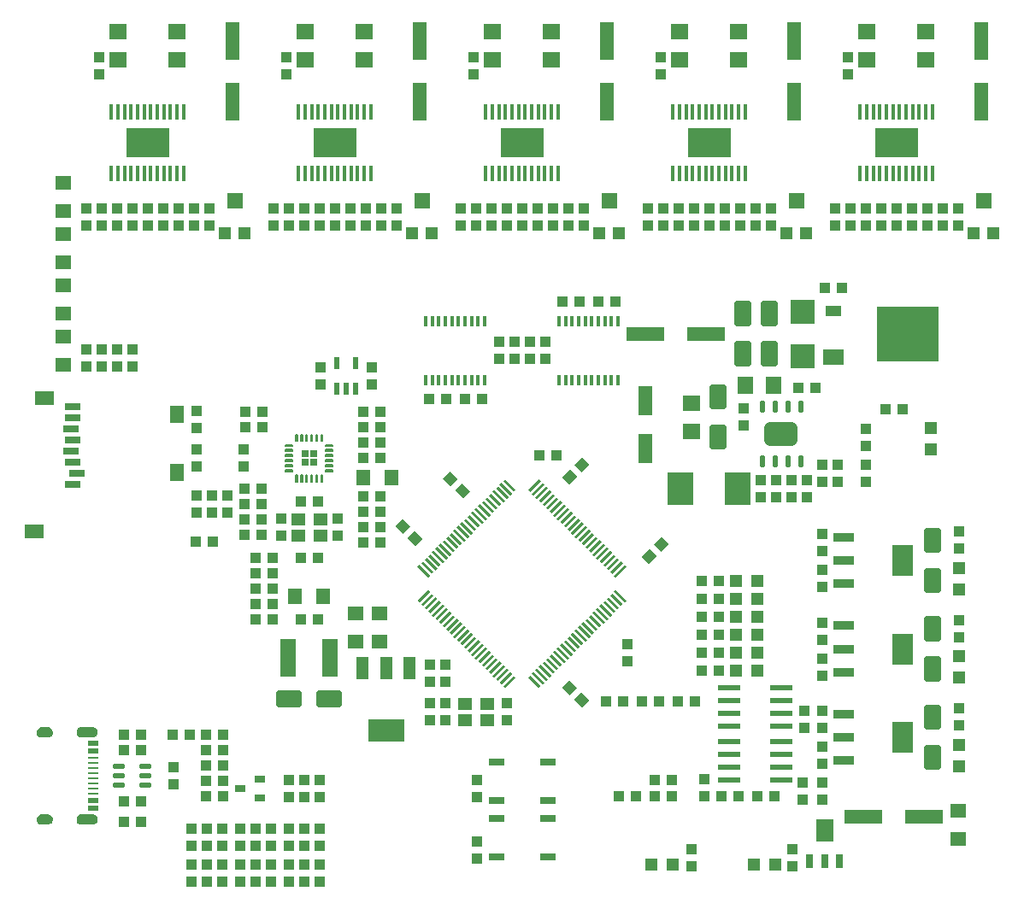
<source format=gbr>
G04 EAGLE Gerber RS-274X export*
G75*
%MOMM*%
%FSLAX34Y34*%
%LPD*%
%INGPT*%
%IPPOS*%
%AMOC8*
5,1,8,0,0,1.08239X$1,22.5*%
G01*
%ADD10R,2.095500X1.524000*%
%ADD11R,0.270000X1.500000*%
%ADD12R,1.500000X0.270000*%
%ADD13R,1.400000X1.200000*%
%ADD14R,1.000000X1.100000*%
%ADD15R,1.100000X1.000000*%
%ADD16R,1.600000X1.400000*%
%ADD17R,1.524000X0.762000*%
%ADD18R,1.200000X1.200000*%
%ADD19R,0.426000X1.650000*%
%ADD20R,4.320000X3.000000*%
%ADD21R,1.800000X1.600000*%
%ADD22R,0.304800X0.990600*%
%ADD23C,0.140000*%
%ADD24R,0.650000X0.650000*%
%ADD25R,1.400000X1.600000*%
%ADD26R,0.550000X1.200000*%
%ADD27R,1.219200X2.235200*%
%ADD28R,3.600000X2.200000*%
%ADD29R,3.800000X1.400000*%
%ADD30R,2.150000X0.950000*%
%ADD31R,2.150000X3.150000*%
%ADD32C,0.510000*%
%ADD33R,1.400000X3.800000*%
%ADD34R,1.400000X1.800000*%
%ADD35R,1.900000X1.400000*%
%ADD36R,1.500000X0.800000*%
%ADD37R,2.200000X0.600000*%
%ADD38R,0.800000X1.400000*%
%ADD39R,1.800000X2.200000*%
%ADD40R,6.200000X5.400000*%
%ADD41R,1.600000X1.000000*%
%ADD42R,2.400000X2.400000*%
%ADD43R,1.400000X3.000000*%
%ADD44C,0.363000*%
%ADD45R,1.016000X0.635000*%
%ADD46R,1.600000X1.500000*%
%ADD47R,1.500000X3.700000*%
%ADD48R,1.600000X1.800000*%
%ADD49C,0.250000*%
%ADD50C,1.200000*%
%ADD51R,2.500000X3.200000*%
%ADD52R,1.000000X0.280000*%
%ADD53R,1.000000X0.560000*%

G36*
X-424835Y-363206D02*
X-424835Y-363206D01*
X-424832Y-363209D01*
X-423737Y-363029D01*
X-423731Y-363023D01*
X-423726Y-363026D01*
X-422698Y-362607D01*
X-422694Y-362600D01*
X-422689Y-362602D01*
X-421780Y-361965D01*
X-421778Y-361957D01*
X-421772Y-361957D01*
X-421028Y-361134D01*
X-421027Y-361126D01*
X-421021Y-361125D01*
X-420479Y-360157D01*
X-420480Y-360148D01*
X-420474Y-360146D01*
X-420161Y-359082D01*
X-420164Y-359074D01*
X-420159Y-359071D01*
X-420091Y-357963D01*
X-420095Y-357957D01*
X-420091Y-357953D01*
X-420261Y-356845D01*
X-420267Y-356839D01*
X-420264Y-356834D01*
X-420676Y-355792D01*
X-420683Y-355788D01*
X-420681Y-355783D01*
X-421315Y-354858D01*
X-421323Y-354856D01*
X-421322Y-354850D01*
X-422146Y-354090D01*
X-422154Y-354089D01*
X-422154Y-354083D01*
X-423126Y-353526D01*
X-423134Y-353527D01*
X-423136Y-353521D01*
X-424208Y-353194D01*
X-424216Y-353197D01*
X-424219Y-353192D01*
X-425336Y-353111D01*
X-425339Y-353112D01*
X-425340Y-353111D01*
X-437340Y-353111D01*
X-437343Y-353113D01*
X-437350Y-353113D01*
X-437351Y-353112D01*
X-438295Y-353331D01*
X-438301Y-353337D01*
X-438306Y-353335D01*
X-439178Y-353759D01*
X-439181Y-353766D01*
X-439187Y-353764D01*
X-439943Y-354371D01*
X-439945Y-354379D01*
X-439951Y-354379D01*
X-440552Y-355139D01*
X-440552Y-355148D01*
X-440558Y-355149D01*
X-440976Y-356024D01*
X-440974Y-356032D01*
X-440979Y-356034D01*
X-441192Y-356980D01*
X-441188Y-356987D01*
X-441193Y-356991D01*
X-441189Y-357960D01*
X-441189Y-357961D01*
X-441170Y-359029D01*
X-441165Y-359036D01*
X-441169Y-359040D01*
X-440913Y-360077D01*
X-440906Y-360082D01*
X-440909Y-360088D01*
X-440428Y-361042D01*
X-440421Y-361046D01*
X-440422Y-361051D01*
X-439741Y-361875D01*
X-439733Y-361876D01*
X-439733Y-361882D01*
X-438886Y-362533D01*
X-438878Y-362533D01*
X-438877Y-362539D01*
X-437906Y-362986D01*
X-437898Y-362984D01*
X-437896Y-362989D01*
X-436850Y-363208D01*
X-436843Y-363205D01*
X-436840Y-363209D01*
X-424840Y-363209D01*
X-424835Y-363206D01*
G37*
G36*
X-424835Y-276805D02*
X-424835Y-276805D01*
X-424832Y-276809D01*
X-423726Y-276616D01*
X-423721Y-276611D01*
X-423721Y-276610D01*
X-423716Y-276613D01*
X-422681Y-276180D01*
X-422677Y-276173D01*
X-422672Y-276175D01*
X-421759Y-275522D01*
X-421757Y-275514D01*
X-421751Y-275515D01*
X-421007Y-274676D01*
X-421006Y-274667D01*
X-421001Y-274667D01*
X-420462Y-273683D01*
X-420463Y-273675D01*
X-420462Y-273674D01*
X-420458Y-273673D01*
X-420457Y-273671D01*
X-420275Y-273030D01*
X-420151Y-272594D01*
X-420153Y-272589D01*
X-420151Y-272587D01*
X-420153Y-272585D01*
X-420149Y-272583D01*
X-420091Y-271463D01*
X-420094Y-271458D01*
X-420091Y-271455D01*
X-420209Y-270409D01*
X-420215Y-270403D01*
X-420211Y-270398D01*
X-420559Y-269404D01*
X-420566Y-269400D01*
X-420564Y-269395D01*
X-421124Y-268503D01*
X-421131Y-268501D01*
X-421131Y-268495D01*
X-421875Y-267751D01*
X-421883Y-267749D01*
X-421883Y-267744D01*
X-422775Y-267184D01*
X-422783Y-267184D01*
X-422784Y-267179D01*
X-423778Y-266831D01*
X-423786Y-266834D01*
X-423789Y-266829D01*
X-424835Y-266711D01*
X-424838Y-266713D01*
X-424840Y-266711D01*
X-436840Y-266711D01*
X-436843Y-266713D01*
X-436846Y-266713D01*
X-436848Y-266711D01*
X-437844Y-266869D01*
X-437850Y-266875D01*
X-437855Y-266872D01*
X-438791Y-267247D01*
X-438795Y-267254D01*
X-438801Y-267252D01*
X-439630Y-267826D01*
X-439633Y-267834D01*
X-439638Y-267833D01*
X-440319Y-268577D01*
X-440320Y-268586D01*
X-440326Y-268586D01*
X-440824Y-269463D01*
X-440823Y-269472D01*
X-440828Y-269474D01*
X-441016Y-270098D01*
X-441119Y-270439D01*
X-441118Y-270442D01*
X-441119Y-270443D01*
X-441116Y-270447D01*
X-441121Y-270450D01*
X-441189Y-271457D01*
X-441188Y-271459D01*
X-441189Y-271460D01*
X-441180Y-272541D01*
X-441175Y-272548D01*
X-441179Y-272552D01*
X-440930Y-273604D01*
X-440923Y-273609D01*
X-440926Y-273614D01*
X-440449Y-274584D01*
X-440441Y-274587D01*
X-440443Y-274593D01*
X-439762Y-275432D01*
X-439754Y-275434D01*
X-439754Y-275440D01*
X-438904Y-276106D01*
X-438895Y-276107D01*
X-438894Y-276112D01*
X-437917Y-276573D01*
X-437909Y-276571D01*
X-437906Y-276577D01*
X-436851Y-276808D01*
X-436843Y-276805D01*
X-436840Y-276809D01*
X-424840Y-276809D01*
X-424835Y-276805D01*
G37*
G36*
X-469636Y-363206D02*
X-469636Y-363206D01*
X-469634Y-363209D01*
X-468501Y-363059D01*
X-468495Y-363053D01*
X-468490Y-363056D01*
X-467420Y-362658D01*
X-467416Y-362651D01*
X-467410Y-362653D01*
X-466455Y-362026D01*
X-466452Y-362018D01*
X-466447Y-362019D01*
X-465655Y-361196D01*
X-465654Y-361188D01*
X-465648Y-361187D01*
X-465059Y-360208D01*
X-465060Y-360200D01*
X-465055Y-360198D01*
X-464699Y-359113D01*
X-464702Y-359105D01*
X-464697Y-359102D01*
X-464591Y-357965D01*
X-464596Y-357956D01*
X-464592Y-357951D01*
X-464799Y-356814D01*
X-464805Y-356808D01*
X-464802Y-356803D01*
X-465257Y-355741D01*
X-465264Y-355737D01*
X-465262Y-355731D01*
X-465942Y-354796D01*
X-465950Y-354794D01*
X-465949Y-354788D01*
X-466820Y-354028D01*
X-466828Y-354028D01*
X-466829Y-354022D01*
X-467848Y-353475D01*
X-467856Y-353476D01*
X-467858Y-353471D01*
X-468972Y-353164D01*
X-468980Y-353167D01*
X-468983Y-353162D01*
X-470138Y-353111D01*
X-470139Y-353112D01*
X-470140Y-353111D01*
X-476140Y-353111D01*
X-476143Y-353113D01*
X-476148Y-353113D01*
X-476149Y-353112D01*
X-477230Y-353324D01*
X-477235Y-353330D01*
X-477240Y-353327D01*
X-478246Y-353774D01*
X-478250Y-353781D01*
X-478256Y-353779D01*
X-479137Y-354439D01*
X-479140Y-354447D01*
X-479145Y-354447D01*
X-479858Y-355286D01*
X-479858Y-355294D01*
X-479864Y-355295D01*
X-480372Y-356272D01*
X-480371Y-356280D01*
X-480376Y-356282D01*
X-480654Y-357347D01*
X-480651Y-357355D01*
X-480655Y-357358D01*
X-480689Y-358459D01*
X-480686Y-358464D01*
X-480689Y-358467D01*
X-480534Y-359543D01*
X-480528Y-359548D01*
X-480531Y-359553D01*
X-480141Y-360567D01*
X-480134Y-360571D01*
X-480136Y-360577D01*
X-479529Y-361479D01*
X-479521Y-361481D01*
X-479522Y-361487D01*
X-478730Y-362231D01*
X-478722Y-362232D01*
X-478722Y-362238D01*
X-477784Y-362787D01*
X-477776Y-362786D01*
X-477774Y-362792D01*
X-476738Y-363119D01*
X-476730Y-363116D01*
X-476727Y-363121D01*
X-475644Y-363209D01*
X-475641Y-363207D01*
X-475640Y-363209D01*
X-469640Y-363209D01*
X-469636Y-363206D01*
G37*
G36*
X-469637Y-276807D02*
X-469637Y-276807D01*
X-469636Y-276809D01*
X-468543Y-276708D01*
X-468537Y-276703D01*
X-468532Y-276706D01*
X-467489Y-276365D01*
X-467484Y-276358D01*
X-467479Y-276360D01*
X-466538Y-275796D01*
X-466535Y-275788D01*
X-466529Y-275789D01*
X-465737Y-275029D01*
X-465736Y-275021D01*
X-465730Y-275020D01*
X-465128Y-274103D01*
X-465128Y-274095D01*
X-465123Y-274093D01*
X-464739Y-273065D01*
X-464741Y-273057D01*
X-464736Y-273054D01*
X-464591Y-271967D01*
X-464595Y-271959D01*
X-464591Y-271955D01*
X-464697Y-270818D01*
X-464702Y-270812D01*
X-464699Y-270807D01*
X-465055Y-269722D01*
X-465062Y-269717D01*
X-465059Y-269712D01*
X-465648Y-268733D01*
X-465656Y-268730D01*
X-465655Y-268724D01*
X-466447Y-267901D01*
X-466455Y-267900D01*
X-466455Y-267894D01*
X-467410Y-267267D01*
X-467418Y-267268D01*
X-467420Y-267262D01*
X-468490Y-266864D01*
X-468498Y-266866D01*
X-468501Y-266861D01*
X-469634Y-266711D01*
X-469637Y-266713D01*
X-469638Y-266713D01*
X-469640Y-266711D01*
X-475640Y-266711D01*
X-475643Y-266713D01*
X-475645Y-266713D01*
X-475646Y-266711D01*
X-476779Y-266861D01*
X-476785Y-266867D01*
X-476790Y-266864D01*
X-477860Y-267262D01*
X-477864Y-267269D01*
X-477870Y-267267D01*
X-478825Y-267894D01*
X-478828Y-267902D01*
X-478833Y-267901D01*
X-479625Y-268724D01*
X-479626Y-268732D01*
X-479632Y-268733D01*
X-480221Y-269712D01*
X-480220Y-269720D01*
X-480225Y-269722D01*
X-480581Y-270807D01*
X-480579Y-270815D01*
X-480583Y-270818D01*
X-480689Y-271955D01*
X-480685Y-271962D01*
X-480689Y-271967D01*
X-480544Y-273054D01*
X-480538Y-273060D01*
X-480541Y-273065D01*
X-480158Y-274093D01*
X-480151Y-274098D01*
X-480153Y-274103D01*
X-479550Y-275020D01*
X-479542Y-275023D01*
X-479543Y-275029D01*
X-478751Y-275789D01*
X-478743Y-275790D01*
X-478742Y-275796D01*
X-477801Y-276360D01*
X-477793Y-276359D01*
X-477791Y-276365D01*
X-476748Y-276706D01*
X-476740Y-276704D01*
X-476737Y-276708D01*
X-475645Y-276809D01*
X-475642Y-276807D01*
X-475640Y-276809D01*
X-469640Y-276809D01*
X-469637Y-276807D01*
G37*
D10*
X308928Y100330D03*
D11*
G36*
X8026Y-33490D02*
X6117Y-31581D01*
X16722Y-20976D01*
X18631Y-22885D01*
X8026Y-33490D01*
G37*
G36*
X11562Y-37025D02*
X9653Y-35116D01*
X20258Y-24511D01*
X22167Y-26420D01*
X11562Y-37025D01*
G37*
G36*
X15097Y-40561D02*
X13188Y-38652D01*
X23793Y-28047D01*
X25702Y-29956D01*
X15097Y-40561D01*
G37*
G36*
X18633Y-44096D02*
X16724Y-42187D01*
X27329Y-31582D01*
X29238Y-33491D01*
X18633Y-44096D01*
G37*
G36*
X22169Y-47632D02*
X20260Y-45723D01*
X30865Y-35118D01*
X32774Y-37027D01*
X22169Y-47632D01*
G37*
G36*
X25704Y-51167D02*
X23795Y-49258D01*
X34400Y-38653D01*
X36309Y-40562D01*
X25704Y-51167D01*
G37*
G36*
X29240Y-54703D02*
X27331Y-52794D01*
X37936Y-42189D01*
X39845Y-44098D01*
X29240Y-54703D01*
G37*
G36*
X32775Y-58239D02*
X30866Y-56330D01*
X41471Y-45725D01*
X43380Y-47634D01*
X32775Y-58239D01*
G37*
G36*
X36311Y-61774D02*
X34402Y-59865D01*
X45007Y-49260D01*
X46916Y-51169D01*
X36311Y-61774D01*
G37*
G36*
X39846Y-65310D02*
X37937Y-63401D01*
X48542Y-52796D01*
X50451Y-54705D01*
X39846Y-65310D01*
G37*
G36*
X43382Y-68845D02*
X41473Y-66936D01*
X52078Y-56331D01*
X53987Y-58240D01*
X43382Y-68845D01*
G37*
G36*
X46917Y-72381D02*
X45008Y-70472D01*
X55613Y-59867D01*
X57522Y-61776D01*
X46917Y-72381D01*
G37*
G36*
X50453Y-75916D02*
X48544Y-74007D01*
X59149Y-63402D01*
X61058Y-65311D01*
X50453Y-75916D01*
G37*
G36*
X53988Y-79452D02*
X52079Y-77543D01*
X62684Y-66938D01*
X64593Y-68847D01*
X53988Y-79452D01*
G37*
G36*
X57524Y-82987D02*
X55615Y-81078D01*
X66220Y-70473D01*
X68129Y-72382D01*
X57524Y-82987D01*
G37*
G36*
X61059Y-86523D02*
X59150Y-84614D01*
X69755Y-74009D01*
X71664Y-75918D01*
X61059Y-86523D01*
G37*
G36*
X64595Y-90058D02*
X62686Y-88149D01*
X73291Y-77544D01*
X75200Y-79453D01*
X64595Y-90058D01*
G37*
G36*
X68130Y-93594D02*
X66221Y-91685D01*
X76826Y-81080D01*
X78735Y-82989D01*
X68130Y-93594D01*
G37*
G36*
X71666Y-97129D02*
X69757Y-95220D01*
X80362Y-84615D01*
X82271Y-86524D01*
X71666Y-97129D01*
G37*
G36*
X75202Y-100665D02*
X73293Y-98756D01*
X83898Y-88151D01*
X85807Y-90060D01*
X75202Y-100665D01*
G37*
G36*
X78737Y-104200D02*
X76828Y-102291D01*
X87433Y-91686D01*
X89342Y-93595D01*
X78737Y-104200D01*
G37*
G36*
X82273Y-107736D02*
X80364Y-105827D01*
X90969Y-95222D01*
X92878Y-97131D01*
X82273Y-107736D01*
G37*
G36*
X85808Y-111272D02*
X83899Y-109363D01*
X94504Y-98758D01*
X96413Y-100667D01*
X85808Y-111272D01*
G37*
G36*
X89344Y-114807D02*
X87435Y-112898D01*
X98040Y-102293D01*
X99949Y-104202D01*
X89344Y-114807D01*
G37*
G36*
X92879Y-118343D02*
X90970Y-116434D01*
X101575Y-105829D01*
X103484Y-107738D01*
X92879Y-118343D01*
G37*
G36*
X-101575Y-143091D02*
X-103484Y-141182D01*
X-92879Y-130577D01*
X-90970Y-132486D01*
X-101575Y-143091D01*
G37*
G36*
X-98040Y-146627D02*
X-99949Y-144718D01*
X-89344Y-134113D01*
X-87435Y-136022D01*
X-98040Y-146627D01*
G37*
G36*
X-94504Y-150162D02*
X-96413Y-148253D01*
X-85808Y-137648D01*
X-83899Y-139557D01*
X-94504Y-150162D01*
G37*
G36*
X-90969Y-153698D02*
X-92878Y-151789D01*
X-82273Y-141184D01*
X-80364Y-143093D01*
X-90969Y-153698D01*
G37*
G36*
X-87433Y-157234D02*
X-89342Y-155325D01*
X-78737Y-144720D01*
X-76828Y-146629D01*
X-87433Y-157234D01*
G37*
G36*
X-83898Y-160769D02*
X-85807Y-158860D01*
X-75202Y-148255D01*
X-73293Y-150164D01*
X-83898Y-160769D01*
G37*
G36*
X-80362Y-164305D02*
X-82271Y-162396D01*
X-71666Y-151791D01*
X-69757Y-153700D01*
X-80362Y-164305D01*
G37*
G36*
X-76826Y-167840D02*
X-78735Y-165931D01*
X-68130Y-155326D01*
X-66221Y-157235D01*
X-76826Y-167840D01*
G37*
G36*
X-73291Y-171376D02*
X-75200Y-169467D01*
X-64595Y-158862D01*
X-62686Y-160771D01*
X-73291Y-171376D01*
G37*
G36*
X-69755Y-174911D02*
X-71664Y-173002D01*
X-61059Y-162397D01*
X-59150Y-164306D01*
X-69755Y-174911D01*
G37*
G36*
X-66220Y-178447D02*
X-68129Y-176538D01*
X-57524Y-165933D01*
X-55615Y-167842D01*
X-66220Y-178447D01*
G37*
G36*
X-62684Y-181982D02*
X-64593Y-180073D01*
X-53988Y-169468D01*
X-52079Y-171377D01*
X-62684Y-181982D01*
G37*
G36*
X-59149Y-185518D02*
X-61058Y-183609D01*
X-50453Y-173004D01*
X-48544Y-174913D01*
X-59149Y-185518D01*
G37*
G36*
X-55613Y-189053D02*
X-57522Y-187144D01*
X-46917Y-176539D01*
X-45008Y-178448D01*
X-55613Y-189053D01*
G37*
G36*
X-52078Y-192589D02*
X-53987Y-190680D01*
X-43382Y-180075D01*
X-41473Y-181984D01*
X-52078Y-192589D01*
G37*
G36*
X-48542Y-196124D02*
X-50451Y-194215D01*
X-39846Y-183610D01*
X-37937Y-185519D01*
X-48542Y-196124D01*
G37*
G36*
X-45007Y-199660D02*
X-46916Y-197751D01*
X-36311Y-187146D01*
X-34402Y-189055D01*
X-45007Y-199660D01*
G37*
G36*
X-41471Y-203195D02*
X-43380Y-201286D01*
X-32775Y-190681D01*
X-30866Y-192590D01*
X-41471Y-203195D01*
G37*
G36*
X-37936Y-206731D02*
X-39845Y-204822D01*
X-29240Y-194217D01*
X-27331Y-196126D01*
X-37936Y-206731D01*
G37*
G36*
X-34400Y-210267D02*
X-36309Y-208358D01*
X-25704Y-197753D01*
X-23795Y-199662D01*
X-34400Y-210267D01*
G37*
G36*
X-30865Y-213802D02*
X-32774Y-211893D01*
X-22169Y-201288D01*
X-20260Y-203197D01*
X-30865Y-213802D01*
G37*
G36*
X-27329Y-217338D02*
X-29238Y-215429D01*
X-18633Y-204824D01*
X-16724Y-206733D01*
X-27329Y-217338D01*
G37*
G36*
X-23793Y-220873D02*
X-25702Y-218964D01*
X-15097Y-208359D01*
X-13188Y-210268D01*
X-23793Y-220873D01*
G37*
G36*
X-20258Y-224409D02*
X-22167Y-222500D01*
X-11562Y-211895D01*
X-9653Y-213804D01*
X-20258Y-224409D01*
G37*
G36*
X-16722Y-227944D02*
X-18631Y-226035D01*
X-8026Y-215430D01*
X-6117Y-217339D01*
X-16722Y-227944D01*
G37*
D12*
G36*
X16722Y-227944D02*
X6117Y-217339D01*
X8026Y-215430D01*
X18631Y-226035D01*
X16722Y-227944D01*
G37*
G36*
X20258Y-224409D02*
X9653Y-213804D01*
X11562Y-211895D01*
X22167Y-222500D01*
X20258Y-224409D01*
G37*
G36*
X23793Y-220873D02*
X13188Y-210268D01*
X15097Y-208359D01*
X25702Y-218964D01*
X23793Y-220873D01*
G37*
G36*
X27329Y-217338D02*
X16724Y-206733D01*
X18633Y-204824D01*
X29238Y-215429D01*
X27329Y-217338D01*
G37*
G36*
X30865Y-213802D02*
X20260Y-203197D01*
X22169Y-201288D01*
X32774Y-211893D01*
X30865Y-213802D01*
G37*
G36*
X34400Y-210267D02*
X23795Y-199662D01*
X25704Y-197753D01*
X36309Y-208358D01*
X34400Y-210267D01*
G37*
G36*
X37936Y-206731D02*
X27331Y-196126D01*
X29240Y-194217D01*
X39845Y-204822D01*
X37936Y-206731D01*
G37*
G36*
X41471Y-203195D02*
X30866Y-192590D01*
X32775Y-190681D01*
X43380Y-201286D01*
X41471Y-203195D01*
G37*
G36*
X45007Y-199660D02*
X34402Y-189055D01*
X36311Y-187146D01*
X46916Y-197751D01*
X45007Y-199660D01*
G37*
G36*
X48542Y-196124D02*
X37937Y-185519D01*
X39846Y-183610D01*
X50451Y-194215D01*
X48542Y-196124D01*
G37*
G36*
X52078Y-192589D02*
X41473Y-181984D01*
X43382Y-180075D01*
X53987Y-190680D01*
X52078Y-192589D01*
G37*
G36*
X55613Y-189053D02*
X45008Y-178448D01*
X46917Y-176539D01*
X57522Y-187144D01*
X55613Y-189053D01*
G37*
G36*
X59149Y-185518D02*
X48544Y-174913D01*
X50453Y-173004D01*
X61058Y-183609D01*
X59149Y-185518D01*
G37*
G36*
X62684Y-181982D02*
X52079Y-171377D01*
X53988Y-169468D01*
X64593Y-180073D01*
X62684Y-181982D01*
G37*
G36*
X66220Y-178447D02*
X55615Y-167842D01*
X57524Y-165933D01*
X68129Y-176538D01*
X66220Y-178447D01*
G37*
G36*
X69755Y-174911D02*
X59150Y-164306D01*
X61059Y-162397D01*
X71664Y-173002D01*
X69755Y-174911D01*
G37*
G36*
X73291Y-171376D02*
X62686Y-160771D01*
X64595Y-158862D01*
X75200Y-169467D01*
X73291Y-171376D01*
G37*
G36*
X76826Y-167840D02*
X66221Y-157235D01*
X68130Y-155326D01*
X78735Y-165931D01*
X76826Y-167840D01*
G37*
G36*
X80362Y-164305D02*
X69757Y-153700D01*
X71666Y-151791D01*
X82271Y-162396D01*
X80362Y-164305D01*
G37*
G36*
X83898Y-160769D02*
X73293Y-150164D01*
X75202Y-148255D01*
X85807Y-158860D01*
X83898Y-160769D01*
G37*
G36*
X87433Y-157234D02*
X76828Y-146629D01*
X78737Y-144720D01*
X89342Y-155325D01*
X87433Y-157234D01*
G37*
G36*
X90969Y-153698D02*
X80364Y-143093D01*
X82273Y-141184D01*
X92878Y-151789D01*
X90969Y-153698D01*
G37*
G36*
X94504Y-150162D02*
X83899Y-139557D01*
X85808Y-137648D01*
X96413Y-148253D01*
X94504Y-150162D01*
G37*
G36*
X98040Y-146627D02*
X87435Y-136022D01*
X89344Y-134113D01*
X99949Y-144718D01*
X98040Y-146627D01*
G37*
G36*
X101575Y-143091D02*
X90970Y-132486D01*
X92879Y-130577D01*
X103484Y-141182D01*
X101575Y-143091D01*
G37*
G36*
X-8026Y-33490D02*
X-18631Y-22885D01*
X-16722Y-20976D01*
X-6117Y-31581D01*
X-8026Y-33490D01*
G37*
G36*
X-11562Y-37025D02*
X-22167Y-26420D01*
X-20258Y-24511D01*
X-9653Y-35116D01*
X-11562Y-37025D01*
G37*
G36*
X-15097Y-40561D02*
X-25702Y-29956D01*
X-23793Y-28047D01*
X-13188Y-38652D01*
X-15097Y-40561D01*
G37*
G36*
X-18633Y-44096D02*
X-29238Y-33491D01*
X-27329Y-31582D01*
X-16724Y-42187D01*
X-18633Y-44096D01*
G37*
G36*
X-22169Y-47632D02*
X-32774Y-37027D01*
X-30865Y-35118D01*
X-20260Y-45723D01*
X-22169Y-47632D01*
G37*
G36*
X-25704Y-51167D02*
X-36309Y-40562D01*
X-34400Y-38653D01*
X-23795Y-49258D01*
X-25704Y-51167D01*
G37*
G36*
X-29240Y-54703D02*
X-39845Y-44098D01*
X-37936Y-42189D01*
X-27331Y-52794D01*
X-29240Y-54703D01*
G37*
G36*
X-32775Y-58239D02*
X-43380Y-47634D01*
X-41471Y-45725D01*
X-30866Y-56330D01*
X-32775Y-58239D01*
G37*
G36*
X-36311Y-61774D02*
X-46916Y-51169D01*
X-45007Y-49260D01*
X-34402Y-59865D01*
X-36311Y-61774D01*
G37*
G36*
X-39846Y-65310D02*
X-50451Y-54705D01*
X-48542Y-52796D01*
X-37937Y-63401D01*
X-39846Y-65310D01*
G37*
G36*
X-43382Y-68845D02*
X-53987Y-58240D01*
X-52078Y-56331D01*
X-41473Y-66936D01*
X-43382Y-68845D01*
G37*
G36*
X-46917Y-72381D02*
X-57522Y-61776D01*
X-55613Y-59867D01*
X-45008Y-70472D01*
X-46917Y-72381D01*
G37*
G36*
X-50453Y-75916D02*
X-61058Y-65311D01*
X-59149Y-63402D01*
X-48544Y-74007D01*
X-50453Y-75916D01*
G37*
G36*
X-53988Y-79452D02*
X-64593Y-68847D01*
X-62684Y-66938D01*
X-52079Y-77543D01*
X-53988Y-79452D01*
G37*
G36*
X-57524Y-82987D02*
X-68129Y-72382D01*
X-66220Y-70473D01*
X-55615Y-81078D01*
X-57524Y-82987D01*
G37*
G36*
X-61059Y-86523D02*
X-71664Y-75918D01*
X-69755Y-74009D01*
X-59150Y-84614D01*
X-61059Y-86523D01*
G37*
G36*
X-64595Y-90058D02*
X-75200Y-79453D01*
X-73291Y-77544D01*
X-62686Y-88149D01*
X-64595Y-90058D01*
G37*
G36*
X-68130Y-93594D02*
X-78735Y-82989D01*
X-76826Y-81080D01*
X-66221Y-91685D01*
X-68130Y-93594D01*
G37*
G36*
X-71666Y-97129D02*
X-82271Y-86524D01*
X-80362Y-84615D01*
X-69757Y-95220D01*
X-71666Y-97129D01*
G37*
G36*
X-75202Y-100665D02*
X-85807Y-90060D01*
X-83898Y-88151D01*
X-73293Y-98756D01*
X-75202Y-100665D01*
G37*
G36*
X-78737Y-104200D02*
X-89342Y-93595D01*
X-87433Y-91686D01*
X-76828Y-102291D01*
X-78737Y-104200D01*
G37*
G36*
X-82273Y-107736D02*
X-92878Y-97131D01*
X-90969Y-95222D01*
X-80364Y-105827D01*
X-82273Y-107736D01*
G37*
G36*
X-85808Y-111272D02*
X-96413Y-100667D01*
X-94504Y-98758D01*
X-83899Y-109363D01*
X-85808Y-111272D01*
G37*
G36*
X-89344Y-114807D02*
X-99949Y-104202D01*
X-98040Y-102293D01*
X-87435Y-112898D01*
X-89344Y-114807D01*
G37*
G36*
X-92879Y-118343D02*
X-103484Y-107738D01*
X-101575Y-105829D01*
X-90970Y-116434D01*
X-92879Y-118343D01*
G37*
D13*
X-34720Y-259460D03*
X-56720Y-259460D03*
X-34720Y-243460D03*
X-56720Y-243460D03*
D14*
X-76200Y-259960D03*
X-76200Y-242960D03*
X-15240Y-242960D03*
X-15240Y-259960D03*
D15*
G36*
X130666Y-85783D02*
X138443Y-78006D01*
X145514Y-85077D01*
X137737Y-92854D01*
X130666Y-85783D01*
G37*
G36*
X118646Y-97803D02*
X126423Y-90026D01*
X133494Y-97097D01*
X125717Y-104874D01*
X118646Y-97803D01*
G37*
D14*
X104140Y-201540D03*
X104140Y-184540D03*
D15*
G36*
X58997Y-232266D02*
X66774Y-240043D01*
X59703Y-247114D01*
X51926Y-239337D01*
X58997Y-232266D01*
G37*
G36*
X46977Y-220246D02*
X54754Y-228023D01*
X47683Y-235094D01*
X39906Y-227317D01*
X46977Y-220246D01*
G37*
G36*
X-117417Y-75074D02*
X-125194Y-67297D01*
X-118123Y-60226D01*
X-110346Y-68003D01*
X-117417Y-75074D01*
G37*
G36*
X-105397Y-87094D02*
X-113174Y-79317D01*
X-106103Y-72246D01*
X-98326Y-80023D01*
X-105397Y-87094D01*
G37*
G36*
X-70427Y-28084D02*
X-78204Y-20307D01*
X-71133Y-13236D01*
X-63356Y-21013D01*
X-70427Y-28084D01*
G37*
G36*
X-58407Y-40104D02*
X-66184Y-32327D01*
X-59113Y-25256D01*
X-51336Y-33033D01*
X-58407Y-40104D01*
G37*
D14*
X-91440Y-259960D03*
X-91440Y-242960D03*
D16*
X-140970Y-153640D03*
X-140970Y-181640D03*
D14*
X-76200Y-204860D03*
X-76200Y-221860D03*
X-44450Y-397120D03*
X-44450Y-380120D03*
D15*
X-313300Y-304800D03*
X-296300Y-304800D03*
X-313300Y-289560D03*
X-296300Y-289560D03*
X-313300Y-274320D03*
X-296300Y-274320D03*
X-296300Y-320040D03*
X-313300Y-320040D03*
D14*
X-292100Y-37220D03*
X-292100Y-54220D03*
X-44450Y-319160D03*
X-44450Y-336160D03*
D15*
X82940Y-241300D03*
X99940Y-241300D03*
X118500Y-241300D03*
X135500Y-241300D03*
D17*
X-25400Y-356870D03*
X25400Y-356870D03*
X-25400Y-394970D03*
X25400Y-394970D03*
D18*
X232750Y-210820D03*
X211750Y-210820D03*
X232750Y-193040D03*
X211750Y-193040D03*
X232750Y-175260D03*
X211750Y-175260D03*
X232750Y-157480D03*
X211750Y-157480D03*
D15*
X195190Y-210820D03*
X178190Y-210820D03*
X195190Y-193040D03*
X178190Y-193040D03*
X195190Y-175260D03*
X178190Y-175260D03*
X195190Y-157480D03*
X178190Y-157480D03*
D14*
X-200660Y-336160D03*
X-200660Y-319160D03*
X-215900Y-319160D03*
X-215900Y-336160D03*
X-322580Y-54220D03*
X-322580Y-37220D03*
X-322580Y29600D03*
X-322580Y46600D03*
X-307340Y-54220D03*
X-307340Y-37220D03*
D17*
X25400Y-339090D03*
X-25400Y-339090D03*
X25400Y-300990D03*
X-25400Y-300990D03*
D15*
G36*
X51926Y-7043D02*
X59703Y734D01*
X66774Y-6337D01*
X58997Y-14114D01*
X51926Y-7043D01*
G37*
G36*
X39906Y-19063D02*
X47683Y-11286D01*
X54754Y-18357D01*
X46977Y-26134D01*
X39906Y-19063D01*
G37*
D16*
X-454660Y273080D03*
X-454660Y245080D03*
X-454660Y222280D03*
X-454660Y194280D03*
X-454660Y171480D03*
X-454660Y143480D03*
D15*
X-39760Y58420D03*
X-56760Y58420D03*
X-92320Y58420D03*
X-75320Y58420D03*
D19*
X-406590Y342920D03*
X-400090Y342920D03*
X-393590Y342920D03*
X-387090Y342920D03*
X-380590Y342920D03*
X-374090Y342920D03*
X-367590Y342920D03*
X-361090Y342920D03*
X-354590Y342920D03*
X-348090Y342920D03*
X-341590Y342920D03*
X-335090Y342920D03*
X-406590Y281920D03*
X-400090Y281920D03*
X-393590Y281920D03*
X-387090Y281920D03*
X-380590Y281920D03*
X-374090Y281920D03*
X-367590Y281920D03*
X-361090Y281920D03*
X-354590Y281920D03*
X-348090Y281920D03*
X-341590Y281920D03*
X-335090Y281920D03*
D20*
X-370840Y312420D03*
D14*
X-431800Y247260D03*
X-431800Y230260D03*
X-416560Y230260D03*
X-416560Y247260D03*
X-325120Y247260D03*
X-325120Y230260D03*
X-370840Y247260D03*
X-370840Y230260D03*
X-401320Y230260D03*
X-401320Y247260D03*
X-340360Y247260D03*
X-340360Y230260D03*
D21*
X-341630Y422940D03*
X-341630Y394940D03*
X-400050Y422940D03*
X-400050Y394940D03*
D19*
X-221170Y342920D03*
X-214670Y342920D03*
X-208170Y342920D03*
X-201670Y342920D03*
X-195170Y342920D03*
X-188670Y342920D03*
X-182170Y342920D03*
X-175670Y342920D03*
X-169170Y342920D03*
X-162670Y342920D03*
X-156170Y342920D03*
X-149670Y342920D03*
X-221170Y281920D03*
X-214670Y281920D03*
X-208170Y281920D03*
X-201670Y281920D03*
X-195170Y281920D03*
X-188670Y281920D03*
X-182170Y281920D03*
X-175670Y281920D03*
X-169170Y281920D03*
X-162670Y281920D03*
X-156170Y281920D03*
X-149670Y281920D03*
D20*
X-185420Y312420D03*
D14*
X-246380Y247260D03*
X-246380Y230260D03*
X-231140Y230260D03*
X-231140Y247260D03*
X-139700Y247260D03*
X-139700Y230260D03*
X-185420Y247260D03*
X-185420Y230260D03*
X-215900Y230260D03*
X-215900Y247260D03*
X-154940Y247260D03*
X-154940Y230260D03*
D21*
X-156210Y422940D03*
X-156210Y394940D03*
X-214630Y422940D03*
X-214630Y394940D03*
D19*
X-35750Y342920D03*
X-29250Y342920D03*
X-22750Y342920D03*
X-16250Y342920D03*
X-9750Y342920D03*
X-3250Y342920D03*
X3250Y342920D03*
X9750Y342920D03*
X16250Y342920D03*
X22750Y342920D03*
X29250Y342920D03*
X35750Y342920D03*
X-35750Y281920D03*
X-29250Y281920D03*
X-22750Y281920D03*
X-16250Y281920D03*
X-9750Y281920D03*
X-3250Y281920D03*
X3250Y281920D03*
X9750Y281920D03*
X16250Y281920D03*
X22750Y281920D03*
X29250Y281920D03*
X35750Y281920D03*
D20*
X0Y312420D03*
D14*
X-60960Y247260D03*
X-60960Y230260D03*
X-45720Y230260D03*
X-45720Y247260D03*
X45720Y247260D03*
X45720Y230260D03*
X0Y247260D03*
X0Y230260D03*
X-30480Y230260D03*
X-30480Y247260D03*
X30480Y247260D03*
X30480Y230260D03*
D21*
X29210Y422940D03*
X29210Y394940D03*
X-29210Y422940D03*
X-29210Y394940D03*
D19*
X149670Y342920D03*
X156170Y342920D03*
X162670Y342920D03*
X169170Y342920D03*
X175670Y342920D03*
X182170Y342920D03*
X188670Y342920D03*
X195170Y342920D03*
X201670Y342920D03*
X208170Y342920D03*
X214670Y342920D03*
X221170Y342920D03*
X149670Y281920D03*
X156170Y281920D03*
X162670Y281920D03*
X169170Y281920D03*
X175670Y281920D03*
X182170Y281920D03*
X188670Y281920D03*
X195170Y281920D03*
X201670Y281920D03*
X208170Y281920D03*
X214670Y281920D03*
X221170Y281920D03*
D20*
X185420Y312420D03*
D14*
X124460Y247260D03*
X124460Y230260D03*
X139700Y230260D03*
X139700Y247260D03*
X231140Y247260D03*
X231140Y230260D03*
X185420Y247260D03*
X185420Y230260D03*
X154940Y230260D03*
X154940Y247260D03*
X215900Y247260D03*
X215900Y230260D03*
D21*
X214630Y422940D03*
X214630Y394940D03*
X156210Y422940D03*
X156210Y394940D03*
D16*
X-454660Y120680D03*
X-454660Y92680D03*
D14*
X-22860Y115180D03*
X-22860Y98180D03*
X-355600Y230260D03*
X-355600Y247260D03*
X-170180Y247260D03*
X-170180Y230260D03*
X15240Y247260D03*
X15240Y230260D03*
X200660Y247260D03*
X200660Y230260D03*
D22*
X-36790Y135858D03*
X-43290Y135858D03*
X-49790Y135858D03*
X-56290Y135858D03*
X-62790Y135858D03*
X-69290Y135858D03*
X-75790Y135858D03*
X-82290Y135858D03*
X-88790Y135858D03*
X-95290Y135858D03*
X-95290Y77502D03*
X-88790Y77502D03*
X-82290Y77502D03*
X-75790Y77502D03*
X-69290Y77502D03*
X-62790Y77502D03*
X-56290Y77502D03*
X-49790Y77502D03*
X-43290Y77502D03*
X-36790Y77502D03*
D14*
X7620Y115180D03*
X7620Y98180D03*
X-7620Y115180D03*
X-7620Y98180D03*
X-419100Y380120D03*
X-419100Y397120D03*
X-233680Y380120D03*
X-233680Y397120D03*
X137160Y380120D03*
X137160Y397120D03*
X-48260Y380120D03*
X-48260Y397120D03*
X-386080Y247260D03*
X-386080Y230260D03*
X-200660Y247260D03*
X-200660Y230260D03*
X-15240Y247260D03*
X-15240Y230260D03*
X170180Y247260D03*
X170180Y230260D03*
D23*
X-224020Y-16700D02*
X-224020Y-23300D01*
X-224020Y-16700D02*
X-222620Y-16700D01*
X-222620Y-23300D01*
X-224020Y-23300D01*
X-224020Y-21970D02*
X-222620Y-21970D01*
X-222620Y-20640D02*
X-224020Y-20640D01*
X-224020Y-19310D02*
X-222620Y-19310D01*
X-222620Y-17980D02*
X-224020Y-17980D01*
X-219020Y-16700D02*
X-219020Y-23300D01*
X-219020Y-16700D02*
X-217620Y-16700D01*
X-217620Y-23300D01*
X-219020Y-23300D01*
X-219020Y-21970D02*
X-217620Y-21970D01*
X-217620Y-20640D02*
X-219020Y-20640D01*
X-219020Y-19310D02*
X-217620Y-19310D01*
X-217620Y-17980D02*
X-219020Y-17980D01*
X-214020Y-16700D02*
X-214020Y-23300D01*
X-214020Y-16700D02*
X-212620Y-16700D01*
X-212620Y-23300D01*
X-214020Y-23300D01*
X-214020Y-21970D02*
X-212620Y-21970D01*
X-212620Y-20640D02*
X-214020Y-20640D01*
X-214020Y-19310D02*
X-212620Y-19310D01*
X-212620Y-17980D02*
X-214020Y-17980D01*
X-209020Y-16700D02*
X-209020Y-23300D01*
X-209020Y-16700D02*
X-207620Y-16700D01*
X-207620Y-23300D01*
X-209020Y-23300D01*
X-209020Y-21970D02*
X-207620Y-21970D01*
X-207620Y-20640D02*
X-209020Y-20640D01*
X-209020Y-19310D02*
X-207620Y-19310D01*
X-207620Y-17980D02*
X-209020Y-17980D01*
X-204020Y-16700D02*
X-204020Y-23300D01*
X-204020Y-16700D02*
X-202620Y-16700D01*
X-202620Y-23300D01*
X-204020Y-23300D01*
X-204020Y-21970D02*
X-202620Y-21970D01*
X-202620Y-20640D02*
X-204020Y-20640D01*
X-204020Y-19310D02*
X-202620Y-19310D01*
X-202620Y-17980D02*
X-204020Y-17980D01*
X-199020Y-16700D02*
X-199020Y-23300D01*
X-199020Y-16700D02*
X-197620Y-16700D01*
X-197620Y-23300D01*
X-199020Y-23300D01*
X-199020Y-21970D02*
X-197620Y-21970D01*
X-197620Y-20640D02*
X-199020Y-20640D01*
X-199020Y-19310D02*
X-197620Y-19310D01*
X-197620Y-17980D02*
X-199020Y-17980D01*
X-194120Y-11800D02*
X-187520Y-11800D01*
X-187520Y-13200D01*
X-194120Y-13200D01*
X-194120Y-11800D01*
X-194120Y-11870D02*
X-187520Y-11870D01*
X-187520Y-6800D02*
X-194120Y-6800D01*
X-187520Y-6800D02*
X-187520Y-8200D01*
X-194120Y-8200D01*
X-194120Y-6800D01*
X-194120Y-6870D02*
X-187520Y-6870D01*
X-187520Y-1800D02*
X-194120Y-1800D01*
X-187520Y-1800D02*
X-187520Y-3200D01*
X-194120Y-3200D01*
X-194120Y-1800D01*
X-194120Y-1870D02*
X-187520Y-1870D01*
X-187520Y3200D02*
X-194120Y3200D01*
X-187520Y3200D02*
X-187520Y1800D01*
X-194120Y1800D01*
X-194120Y3200D01*
X-194120Y3130D02*
X-187520Y3130D01*
X-187520Y8200D02*
X-194120Y8200D01*
X-187520Y8200D02*
X-187520Y6800D01*
X-194120Y6800D01*
X-194120Y8200D01*
X-194120Y8130D02*
X-187520Y8130D01*
X-187520Y13200D02*
X-194120Y13200D01*
X-187520Y13200D02*
X-187520Y11800D01*
X-194120Y11800D01*
X-194120Y13200D01*
X-194120Y13130D02*
X-187520Y13130D01*
X-197620Y16700D02*
X-197620Y23300D01*
X-197620Y16700D02*
X-199020Y16700D01*
X-199020Y23300D01*
X-197620Y23300D01*
X-197620Y18030D02*
X-199020Y18030D01*
X-199020Y19360D02*
X-197620Y19360D01*
X-197620Y20690D02*
X-199020Y20690D01*
X-199020Y22020D02*
X-197620Y22020D01*
X-202620Y23300D02*
X-202620Y16700D01*
X-204020Y16700D01*
X-204020Y23300D01*
X-202620Y23300D01*
X-202620Y18030D02*
X-204020Y18030D01*
X-204020Y19360D02*
X-202620Y19360D01*
X-202620Y20690D02*
X-204020Y20690D01*
X-204020Y22020D02*
X-202620Y22020D01*
X-207620Y23300D02*
X-207620Y16700D01*
X-209020Y16700D01*
X-209020Y23300D01*
X-207620Y23300D01*
X-207620Y18030D02*
X-209020Y18030D01*
X-209020Y19360D02*
X-207620Y19360D01*
X-207620Y20690D02*
X-209020Y20690D01*
X-209020Y22020D02*
X-207620Y22020D01*
X-212620Y23300D02*
X-212620Y16700D01*
X-214020Y16700D01*
X-214020Y23300D01*
X-212620Y23300D01*
X-212620Y18030D02*
X-214020Y18030D01*
X-214020Y19360D02*
X-212620Y19360D01*
X-212620Y20690D02*
X-214020Y20690D01*
X-214020Y22020D02*
X-212620Y22020D01*
X-217620Y23300D02*
X-217620Y16700D01*
X-219020Y16700D01*
X-219020Y23300D01*
X-217620Y23300D01*
X-217620Y18030D02*
X-219020Y18030D01*
X-219020Y19360D02*
X-217620Y19360D01*
X-217620Y20690D02*
X-219020Y20690D01*
X-219020Y22020D02*
X-217620Y22020D01*
X-222620Y23300D02*
X-222620Y16700D01*
X-224020Y16700D01*
X-224020Y23300D01*
X-222620Y23300D01*
X-222620Y18030D02*
X-224020Y18030D01*
X-224020Y19360D02*
X-222620Y19360D01*
X-222620Y20690D02*
X-224020Y20690D01*
X-224020Y22020D02*
X-222620Y22020D01*
X-227520Y11800D02*
X-234120Y11800D01*
X-234120Y13200D01*
X-227520Y13200D01*
X-227520Y11800D01*
X-227520Y13130D02*
X-234120Y13130D01*
X-234120Y6800D02*
X-227520Y6800D01*
X-234120Y6800D02*
X-234120Y8200D01*
X-227520Y8200D01*
X-227520Y6800D01*
X-227520Y8130D02*
X-234120Y8130D01*
X-234120Y1800D02*
X-227520Y1800D01*
X-234120Y1800D02*
X-234120Y3200D01*
X-227520Y3200D01*
X-227520Y1800D01*
X-227520Y3130D02*
X-234120Y3130D01*
X-234120Y-3200D02*
X-227520Y-3200D01*
X-234120Y-3200D02*
X-234120Y-1800D01*
X-227520Y-1800D01*
X-227520Y-3200D01*
X-227520Y-1870D02*
X-234120Y-1870D01*
X-234120Y-8200D02*
X-227520Y-8200D01*
X-234120Y-8200D02*
X-234120Y-6800D01*
X-227520Y-6800D01*
X-227520Y-8200D01*
X-227520Y-6870D02*
X-234120Y-6870D01*
X-234120Y-13200D02*
X-227520Y-13200D01*
X-234120Y-13200D02*
X-234120Y-11800D01*
X-227520Y-11800D01*
X-227520Y-13200D01*
X-227520Y-11870D02*
X-234120Y-11870D01*
D24*
X-215070Y4250D03*
X-206570Y4250D03*
X-215070Y-4250D03*
X-206570Y-4250D03*
D15*
X-157090Y45720D03*
X-140090Y45720D03*
X-202320Y-43180D03*
X-219320Y-43180D03*
D14*
X-275590Y8500D03*
X-275590Y-8500D03*
D13*
X-221820Y-60580D03*
X-199820Y-60580D03*
X-221820Y-76580D03*
X-199820Y-76580D03*
D14*
X-182880Y-60080D03*
X-182880Y-77080D03*
X-238760Y-77080D03*
X-238760Y-60080D03*
D15*
X-346320Y-274320D03*
X-329320Y-274320D03*
X-377580Y-274320D03*
X-394580Y-274320D03*
X-323460Y-82550D03*
X-306460Y-82550D03*
X-273930Y45720D03*
X-256930Y45720D03*
D25*
X-196820Y-137160D03*
X-224820Y-137160D03*
D15*
X-258200Y-30480D03*
X-275200Y-30480D03*
X-256930Y30480D03*
X-273930Y30480D03*
D25*
X-129510Y-19050D03*
X-157510Y-19050D03*
D15*
X-157090Y0D03*
X-140090Y0D03*
X-157090Y-68580D03*
X-140090Y-68580D03*
X-219320Y-160020D03*
X-202320Y-160020D03*
X-219320Y-99060D03*
X-202320Y-99060D03*
X-275200Y-60960D03*
X-258200Y-60960D03*
X-258200Y-76200D03*
X-275200Y-76200D03*
X-263770Y-129540D03*
X-246770Y-129540D03*
X-263770Y-160020D03*
X-246770Y-160020D03*
D26*
X-183490Y68279D03*
X-173990Y68279D03*
X-164490Y68279D03*
X-164490Y94281D03*
X-183490Y94281D03*
D14*
X-148590Y89780D03*
X-148590Y72780D03*
X-199390Y89780D03*
X-199390Y72780D03*
D27*
X-111506Y-207772D03*
X-134620Y-207772D03*
X-157734Y-207772D03*
D28*
X-134620Y-269750D03*
D15*
X16900Y2540D03*
X33900Y2540D03*
D16*
X-165100Y-153640D03*
X-165100Y-181640D03*
D18*
X232750Y-139700D03*
X211750Y-139700D03*
D15*
X195190Y-139700D03*
X178190Y-139700D03*
D14*
X297180Y-250580D03*
X297180Y-267580D03*
X297180Y-162950D03*
X297180Y-179950D03*
X278130Y-321700D03*
X278130Y-338700D03*
D15*
X148200Y-335280D03*
X131200Y-335280D03*
D29*
X338300Y-355600D03*
X398300Y-355600D03*
D15*
X195190Y-121920D03*
X178190Y-121920D03*
D18*
X232750Y-121920D03*
X211750Y-121920D03*
D30*
X318980Y-253860D03*
X318980Y-276860D03*
X318980Y-299860D03*
D31*
X376980Y-276860D03*
D30*
X318980Y-166230D03*
X318980Y-189230D03*
X318980Y-212230D03*
D31*
X376980Y-189230D03*
D14*
X297180Y-286140D03*
X297180Y-303140D03*
X297180Y-198510D03*
X297180Y-215510D03*
X180340Y-334890D03*
X180340Y-317890D03*
D15*
X131200Y-318770D03*
X148200Y-318770D03*
D16*
X431800Y-349220D03*
X431800Y-377220D03*
D32*
X-200770Y-244710D02*
X-200770Y-232810D01*
X-180870Y-232810D01*
X-180870Y-244710D01*
X-200770Y-244710D01*
X-200770Y-239865D02*
X-180870Y-239865D01*
X-180870Y-235020D02*
X-200770Y-235020D01*
X-240770Y-232810D02*
X-240770Y-244710D01*
X-240770Y-232810D02*
X-220870Y-232810D01*
X-220870Y-244710D01*
X-240770Y-244710D01*
X-240770Y-239865D02*
X-220870Y-239865D01*
X-220870Y-235020D02*
X-240770Y-235020D01*
D29*
X122400Y123190D03*
X182400Y123190D03*
D14*
X433070Y-248040D03*
X433070Y-265040D03*
D18*
X433070Y-305140D03*
X433070Y-284140D03*
D14*
X433070Y-160410D03*
X433070Y-177410D03*
X267970Y-404740D03*
X267970Y-387740D03*
X167640Y-404740D03*
X167640Y-387740D03*
D18*
X433070Y-217510D03*
X433070Y-196510D03*
X229530Y-402590D03*
X250530Y-402590D03*
X127930Y-402590D03*
X148930Y-402590D03*
D33*
X-287020Y413540D03*
X-287020Y353540D03*
X-101600Y413540D03*
X-101600Y353540D03*
X83820Y413540D03*
X83820Y353540D03*
X454660Y413540D03*
X454660Y353540D03*
D34*
X-341820Y-14000D03*
X-341820Y43000D03*
D35*
X-473320Y59000D03*
X-483320Y-72500D03*
D36*
X-444820Y-25900D03*
X-440820Y-14900D03*
X-444820Y-3900D03*
X-446820Y7100D03*
X-444820Y18100D03*
X-446820Y29100D03*
X-444820Y40100D03*
X-444820Y51100D03*
D15*
X-313300Y-335280D03*
X-296300Y-335280D03*
X-157090Y15240D03*
X-140090Y15240D03*
X-157090Y-38100D03*
X-140090Y-38100D03*
X-157090Y-53340D03*
X-140090Y-53340D03*
X-157090Y30480D03*
X-140090Y30480D03*
X-258200Y-45720D03*
X-275200Y-45720D03*
X-246770Y-99060D03*
X-263770Y-99060D03*
X-246770Y-114300D03*
X-263770Y-114300D03*
X-246770Y-144780D03*
X-263770Y-144780D03*
D14*
X297180Y-338700D03*
X297180Y-321700D03*
D15*
X249800Y-335280D03*
X232800Y-335280D03*
D37*
X205140Y-293370D03*
X257140Y-293370D03*
X205140Y-280670D03*
X205140Y-306070D03*
X205140Y-318770D03*
X257140Y-280670D03*
X257140Y-306070D03*
X257140Y-318770D03*
D14*
X-322580Y-8500D03*
X-322580Y8500D03*
D38*
X299720Y-399530D03*
X314720Y-399530D03*
X284720Y-399530D03*
D39*
X299720Y-368730D03*
D15*
X39760Y154940D03*
X56760Y154940D03*
X92320Y154940D03*
X75320Y154940D03*
D14*
X22860Y115180D03*
X22860Y98180D03*
D22*
X36790Y77502D03*
X43290Y77502D03*
X49790Y77502D03*
X56290Y77502D03*
X62790Y77502D03*
X69290Y77502D03*
X75790Y77502D03*
X82290Y77502D03*
X88790Y77502D03*
X95290Y77502D03*
X95290Y135858D03*
X88790Y135858D03*
X82290Y135858D03*
X75790Y135858D03*
X69290Y135858D03*
X62790Y135858D03*
X56290Y135858D03*
X49790Y135858D03*
X43290Y135858D03*
X36790Y135858D03*
D19*
X335090Y342920D03*
X341590Y342920D03*
X348090Y342920D03*
X354590Y342920D03*
X361090Y342920D03*
X367590Y342920D03*
X374090Y342920D03*
X380590Y342920D03*
X387090Y342920D03*
X393590Y342920D03*
X400090Y342920D03*
X406590Y342920D03*
X335090Y281920D03*
X341590Y281920D03*
X348090Y281920D03*
X354590Y281920D03*
X361090Y281920D03*
X367590Y281920D03*
X374090Y281920D03*
X380590Y281920D03*
X387090Y281920D03*
X393590Y281920D03*
X400090Y281920D03*
X406590Y281920D03*
D20*
X370840Y312420D03*
D14*
X309880Y247260D03*
X309880Y230260D03*
X325120Y230260D03*
X325120Y247260D03*
X416560Y247260D03*
X416560Y230260D03*
X370840Y247260D03*
X370840Y230260D03*
X340360Y230260D03*
X340360Y247260D03*
X401320Y247260D03*
X401320Y230260D03*
D21*
X400050Y422940D03*
X400050Y394940D03*
X341630Y422940D03*
X341630Y394940D03*
D14*
X386080Y247260D03*
X386080Y230260D03*
X322580Y380120D03*
X322580Y397120D03*
X355600Y247260D03*
X355600Y230260D03*
D33*
X269240Y413540D03*
X269240Y353540D03*
D14*
X297180Y-75320D03*
X297180Y-92320D03*
D30*
X318980Y-78600D03*
X318980Y-101600D03*
X318980Y-124600D03*
D31*
X376980Y-101600D03*
D14*
X297180Y-110880D03*
X297180Y-127880D03*
X433070Y-72780D03*
X433070Y-89780D03*
D18*
X433070Y-129880D03*
X433070Y-108880D03*
D15*
X376800Y48260D03*
X359800Y48260D03*
D18*
X405130Y8550D03*
X405130Y29550D03*
D14*
X340360Y-6740D03*
X340360Y-23740D03*
D37*
X257140Y-252730D03*
X205140Y-252730D03*
X257140Y-265430D03*
X257140Y-240030D03*
X257140Y-227330D03*
X205140Y-265430D03*
X205140Y-240030D03*
X205140Y-227330D03*
D15*
X171060Y-241300D03*
X154060Y-241300D03*
D14*
X279400Y-267580D03*
X279400Y-250580D03*
X340360Y11820D03*
X340360Y28820D03*
D32*
X224390Y133240D02*
X212490Y133240D01*
X212490Y153140D01*
X224390Y153140D01*
X224390Y133240D01*
X224390Y138085D02*
X212490Y138085D01*
X212490Y142930D02*
X224390Y142930D01*
X224390Y147775D02*
X212490Y147775D01*
X212490Y152620D02*
X224390Y152620D01*
X224390Y93240D02*
X212490Y93240D01*
X212490Y113140D01*
X224390Y113140D01*
X224390Y93240D01*
X224390Y98085D02*
X212490Y98085D01*
X212490Y102930D02*
X224390Y102930D01*
X224390Y107775D02*
X212490Y107775D01*
X212490Y112620D02*
X224390Y112620D01*
D40*
X381870Y123190D03*
D41*
X308870Y145990D03*
X308870Y100390D03*
D15*
X300110Y168910D03*
X317110Y168910D03*
D42*
X278130Y101190D03*
X278130Y145190D03*
D15*
X214240Y-335280D03*
X197240Y-335280D03*
X112640Y-335280D03*
X95640Y-335280D03*
D14*
X-297180Y-384420D03*
X-297180Y-367420D03*
X-327660Y-402980D03*
X-327660Y-419980D03*
X-248920Y-384420D03*
X-248920Y-367420D03*
X-279400Y-419980D03*
X-279400Y-402980D03*
X-231140Y-419980D03*
X-231140Y-402980D03*
X-200660Y-384420D03*
X-200660Y-367420D03*
X-312420Y-367420D03*
X-312420Y-384420D03*
X-327660Y-367420D03*
X-327660Y-384420D03*
X-297180Y-419980D03*
X-297180Y-402980D03*
X-312420Y-419980D03*
X-312420Y-402980D03*
X-279400Y-367420D03*
X-279400Y-384420D03*
X-264160Y-367420D03*
X-264160Y-384420D03*
X-248920Y-419980D03*
X-248920Y-402980D03*
X-264160Y-419980D03*
X-264160Y-402980D03*
X-200660Y-419980D03*
X-200660Y-402980D03*
X-215900Y-419980D03*
X-215900Y-402980D03*
X-231140Y-367420D03*
X-231140Y-384420D03*
X-215900Y-367420D03*
X-215900Y-384420D03*
D43*
X121920Y9020D03*
X121920Y57020D03*
D32*
X400450Y-266810D02*
X412350Y-266810D01*
X400450Y-266810D02*
X400450Y-246910D01*
X412350Y-246910D01*
X412350Y-266810D01*
X412350Y-261965D02*
X400450Y-261965D01*
X400450Y-257120D02*
X412350Y-257120D01*
X412350Y-252275D02*
X400450Y-252275D01*
X400450Y-247430D02*
X412350Y-247430D01*
X412350Y-306810D02*
X400450Y-306810D01*
X400450Y-286910D01*
X412350Y-286910D01*
X412350Y-306810D01*
X412350Y-301965D02*
X400450Y-301965D01*
X400450Y-297120D02*
X412350Y-297120D01*
X412350Y-292275D02*
X400450Y-292275D01*
X400450Y-287430D02*
X412350Y-287430D01*
X412350Y-179180D02*
X400450Y-179180D01*
X400450Y-159280D01*
X412350Y-159280D01*
X412350Y-179180D01*
X412350Y-174335D02*
X400450Y-174335D01*
X400450Y-169490D02*
X412350Y-169490D01*
X412350Y-164645D02*
X400450Y-164645D01*
X400450Y-159800D02*
X412350Y-159800D01*
X412350Y-219180D02*
X400450Y-219180D01*
X400450Y-199280D01*
X412350Y-199280D01*
X412350Y-219180D01*
X412350Y-214335D02*
X400450Y-214335D01*
X400450Y-209490D02*
X412350Y-209490D01*
X412350Y-204645D02*
X400450Y-204645D01*
X400450Y-199800D02*
X412350Y-199800D01*
X412350Y-91550D02*
X400450Y-91550D01*
X400450Y-71650D01*
X412350Y-71650D01*
X412350Y-91550D01*
X412350Y-86705D02*
X400450Y-86705D01*
X400450Y-81860D02*
X412350Y-81860D01*
X412350Y-77015D02*
X400450Y-77015D01*
X400450Y-72170D02*
X412350Y-72170D01*
X412350Y-131550D02*
X400450Y-131550D01*
X400450Y-111650D01*
X412350Y-111650D01*
X412350Y-131550D01*
X412350Y-126705D02*
X400450Y-126705D01*
X400450Y-121860D02*
X412350Y-121860D01*
X412350Y-117015D02*
X400450Y-117015D01*
X400450Y-112170D02*
X412350Y-112170D01*
D15*
X-377580Y-360680D03*
X-394580Y-360680D03*
X-377580Y-289560D03*
X-394580Y-289560D03*
X-377580Y-340360D03*
X-394580Y-340360D03*
D44*
X-368894Y-325395D02*
X-368894Y-323525D01*
X-368894Y-325395D02*
X-377264Y-325395D01*
X-377264Y-323525D01*
X-368894Y-323525D01*
X-368894Y-315895D02*
X-368894Y-314025D01*
X-368894Y-315895D02*
X-377264Y-315895D01*
X-377264Y-314025D01*
X-368894Y-314025D01*
X-368894Y-306395D02*
X-368894Y-304525D01*
X-368894Y-306395D02*
X-377264Y-306395D01*
X-377264Y-304525D01*
X-368894Y-304525D01*
X-394896Y-304525D02*
X-394896Y-306395D01*
X-403266Y-306395D01*
X-403266Y-304525D01*
X-394896Y-304525D01*
X-394896Y-323525D02*
X-394896Y-325395D01*
X-403266Y-325395D01*
X-403266Y-323525D01*
X-394896Y-323525D01*
X-403266Y-315895D02*
X-403266Y-314025D01*
X-394896Y-314025D01*
X-394896Y-315895D01*
X-403266Y-315895D01*
D14*
X-345440Y-306460D03*
X-345440Y-323460D03*
D45*
X-279240Y-327660D03*
X-259240Y-318160D03*
X-259240Y-337160D03*
D14*
X-231140Y-336160D03*
X-231140Y-319160D03*
D46*
X-284480Y255260D03*
D18*
X-294480Y222760D03*
X-274480Y222760D03*
D46*
X-99060Y255260D03*
D18*
X-109060Y222760D03*
X-89060Y222760D03*
D46*
X86360Y255260D03*
D18*
X76360Y222760D03*
X96360Y222760D03*
D46*
X271780Y255260D03*
D18*
X261780Y222760D03*
X281780Y222760D03*
D46*
X457200Y255260D03*
D18*
X447200Y222760D03*
X467200Y222760D03*
D14*
X-91440Y-204860D03*
X-91440Y-221860D03*
D47*
X-189820Y-198120D03*
X-231820Y-198120D03*
D15*
X-157090Y-83820D03*
X-140090Y-83820D03*
D14*
X-431800Y90560D03*
X-431800Y107560D03*
X-416560Y90560D03*
X-416560Y107560D03*
X-401320Y90560D03*
X-401320Y107560D03*
X-386080Y90560D03*
X-386080Y107560D03*
X-309880Y247260D03*
X-309880Y230260D03*
X-124460Y247260D03*
X-124460Y230260D03*
X60960Y247260D03*
X60960Y230260D03*
X246380Y247260D03*
X246380Y230260D03*
X431800Y247260D03*
X431800Y230260D03*
D48*
X248950Y72390D03*
X220950Y72390D03*
D21*
X167640Y26640D03*
X167640Y54640D03*
D49*
X238740Y1880D02*
X238740Y-7620D01*
X236240Y-7620D01*
X236240Y1880D01*
X238740Y1880D01*
X238740Y-5245D02*
X236240Y-5245D01*
X236240Y-2870D02*
X238740Y-2870D01*
X238740Y-495D02*
X236240Y-495D01*
X236240Y1880D02*
X238740Y1880D01*
X251440Y1880D02*
X251440Y-7620D01*
X248940Y-7620D01*
X248940Y1880D01*
X251440Y1880D01*
X251440Y-5245D02*
X248940Y-5245D01*
X248940Y-2870D02*
X251440Y-2870D01*
X251440Y-495D02*
X248940Y-495D01*
X248940Y1880D02*
X251440Y1880D01*
X264140Y1880D02*
X264140Y-7620D01*
X261640Y-7620D01*
X261640Y1880D01*
X264140Y1880D01*
X264140Y-5245D02*
X261640Y-5245D01*
X261640Y-2870D02*
X264140Y-2870D01*
X264140Y-495D02*
X261640Y-495D01*
X261640Y1880D02*
X264140Y1880D01*
X276840Y1880D02*
X276840Y-7620D01*
X274340Y-7620D01*
X274340Y1880D01*
X276840Y1880D01*
X276840Y-5245D02*
X274340Y-5245D01*
X274340Y-2870D02*
X276840Y-2870D01*
X276840Y-495D02*
X274340Y-495D01*
X274340Y1880D02*
X276840Y1880D01*
X276840Y46380D02*
X276840Y55880D01*
X276840Y46380D02*
X274340Y46380D01*
X274340Y55880D01*
X276840Y55880D01*
X276840Y48755D02*
X274340Y48755D01*
X274340Y51130D02*
X276840Y51130D01*
X276840Y53505D02*
X274340Y53505D01*
X274340Y55880D02*
X276840Y55880D01*
X264140Y55880D02*
X264140Y46380D01*
X261640Y46380D01*
X261640Y55880D01*
X264140Y55880D01*
X264140Y48755D02*
X261640Y48755D01*
X261640Y51130D02*
X264140Y51130D01*
X264140Y53505D02*
X261640Y53505D01*
X261640Y55880D02*
X264140Y55880D01*
X251440Y55880D02*
X251440Y46380D01*
X248940Y46380D01*
X248940Y55880D01*
X251440Y55880D01*
X251440Y48755D02*
X248940Y48755D01*
X248940Y51130D02*
X251440Y51130D01*
X251440Y53505D02*
X248940Y53505D01*
X248940Y55880D02*
X251440Y55880D01*
X238740Y55880D02*
X238740Y46380D01*
X236240Y46380D01*
X236240Y55880D01*
X238740Y55880D01*
X238740Y48755D02*
X236240Y48755D01*
X236240Y51130D02*
X238740Y51130D01*
X238740Y53505D02*
X236240Y53505D01*
X236240Y55880D02*
X238740Y55880D01*
D50*
X246040Y18130D02*
X267040Y18130D01*
X246040Y18130D02*
X246040Y30130D01*
X267040Y30130D01*
X267040Y18130D01*
X267040Y29530D02*
X246040Y29530D01*
D51*
X213920Y-30480D03*
X156920Y-30480D03*
D14*
X266700Y-21980D03*
X266700Y-38980D03*
X312420Y-6740D03*
X312420Y-23740D03*
X297180Y-23740D03*
X297180Y-6740D03*
X281940Y-21980D03*
X281940Y-38980D03*
D15*
X290440Y69850D03*
X273440Y69850D03*
D14*
X236220Y-21980D03*
X236220Y-38980D03*
X251460Y-21980D03*
X251460Y-38980D03*
D32*
X200260Y30590D02*
X188360Y30590D01*
X200260Y30590D02*
X200260Y10690D01*
X188360Y10690D01*
X188360Y30590D01*
X188360Y15535D02*
X200260Y15535D01*
X200260Y20380D02*
X188360Y20380D01*
X188360Y25225D02*
X200260Y25225D01*
X200260Y30070D02*
X188360Y30070D01*
X188360Y70590D02*
X200260Y70590D01*
X200260Y50690D01*
X188360Y50690D01*
X188360Y70590D01*
X188360Y55535D02*
X200260Y55535D01*
X200260Y60380D02*
X188360Y60380D01*
X188360Y65225D02*
X200260Y65225D01*
X200260Y70070D02*
X188360Y70070D01*
X239160Y113140D02*
X251060Y113140D01*
X251060Y93240D01*
X239160Y93240D01*
X239160Y113140D01*
X239160Y98085D02*
X251060Y98085D01*
X251060Y102930D02*
X239160Y102930D01*
X239160Y107775D02*
X251060Y107775D01*
X251060Y112620D02*
X239160Y112620D01*
X239160Y153140D02*
X251060Y153140D01*
X251060Y133240D01*
X239160Y133240D01*
X239160Y153140D01*
X239160Y138085D02*
X251060Y138085D01*
X251060Y142930D02*
X239160Y142930D01*
X239160Y147775D02*
X251060Y147775D01*
X251060Y152620D02*
X239160Y152620D01*
D14*
X219710Y32140D03*
X219710Y49140D03*
D52*
X-425040Y-322460D03*
X-425040Y-317460D03*
D53*
X-425040Y-347210D03*
X-425040Y-339460D03*
D52*
X-425040Y-332460D03*
X-425040Y-327460D03*
X-425040Y-307460D03*
X-425040Y-312460D03*
D53*
X-425040Y-282710D03*
X-425040Y-290460D03*
D52*
X-425040Y-297460D03*
X-425040Y-302460D03*
M02*

</source>
